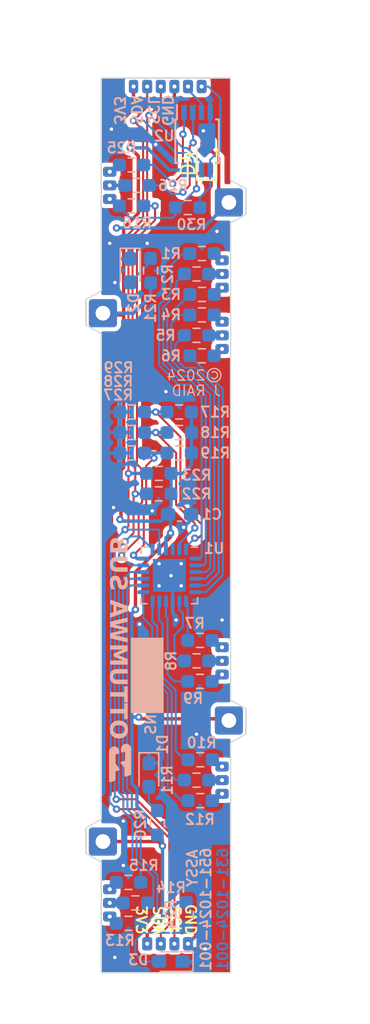
<source format=kicad_pcb>
(kicad_pcb (version 20221018) (generator pcbnew)

  (general
    (thickness 0.598)
  )

  (paper "A")
  (title_block
    (title "i2c Signal Bridge N-Scale")
    (date "2024-01-01")
    (rev "1")
    (company "John Raid")
  )

  (layers
    (0 "F.Cu" signal)
    (31 "B.Cu" signal)
    (32 "B.Adhes" user "B.Adhesive")
    (33 "F.Adhes" user "F.Adhesive")
    (34 "B.Paste" user)
    (35 "F.Paste" user)
    (36 "B.SilkS" user "B.Silkscreen")
    (37 "F.SilkS" user "F.Silkscreen")
    (38 "B.Mask" user)
    (39 "F.Mask" user)
    (40 "Dwgs.User" user "User.Drawings")
    (41 "Cmts.User" user "User.Comments")
    (42 "Eco1.User" user "User.Eco1")
    (43 "Eco2.User" user "User.Eco2")
    (44 "Edge.Cuts" user)
    (45 "Margin" user)
    (46 "B.CrtYd" user "B.Courtyard")
    (47 "F.CrtYd" user "F.Courtyard")
    (48 "B.Fab" user)
    (49 "F.Fab" user)
    (50 "User.1" user "F.Silk.Hidden")
    (51 "User.2" user "B.Silk.Hidden")
    (52 "User.3" user)
    (53 "User.4" user)
    (54 "User.5" user)
    (55 "User.6" user)
    (56 "User.7" user)
    (57 "User.8" user)
    (58 "User.9" user)
  )

  (setup
    (stackup
      (layer "F.SilkS" (type "Top Silk Screen"))
      (layer "F.Paste" (type "Top Solder Paste"))
      (layer "F.Mask" (type "Top Solder Mask") (thickness 0.01))
      (layer "F.Cu" (type "copper") (thickness 0.035))
      (layer "dielectric 1" (type "core") (thickness 0.508) (material "FR4") (epsilon_r 4.5) (loss_tangent 0.02))
      (layer "B.Cu" (type "copper") (thickness 0.035))
      (layer "B.Mask" (type "Bottom Solder Mask") (thickness 0.01))
      (layer "B.Paste" (type "Bottom Solder Paste"))
      (layer "B.SilkS" (type "Bottom Silk Screen"))
      (copper_finish "None")
      (dielectric_constraints no)
    )
    (pad_to_mask_clearance 0)
    (aux_axis_origin 112.014 99.06)
    (pcbplotparams
      (layerselection 0x00010fc_ffffffff)
      (plot_on_all_layers_selection 0x0000000_00000000)
      (disableapertmacros false)
      (usegerberextensions false)
      (usegerberattributes true)
      (usegerberadvancedattributes true)
      (creategerberjobfile true)
      (dashed_line_dash_ratio 12.000000)
      (dashed_line_gap_ratio 3.000000)
      (svgprecision 4)
      (plotframeref false)
      (viasonmask false)
      (mode 1)
      (useauxorigin false)
      (hpglpennumber 1)
      (hpglpenspeed 20)
      (hpglpendiameter 15.000000)
      (dxfpolygonmode true)
      (dxfimperialunits true)
      (dxfusepcbnewfont true)
      (psnegative false)
      (psa4output false)
      (plotreference true)
      (plotvalue true)
      (plotinvisibletext false)
      (sketchpadsonfab false)
      (subtractmaskfromsilk false)
      (outputformat 1)
      (mirror false)
      (drillshape 1)
      (scaleselection 1)
      (outputdirectory "")
    )
  )

  (net 0 "")
  (net 1 "+3V3")
  (net 2 "GND")
  (net 3 "Net-(D1-A)")
  (net 4 "Net-(D2-A)")
  (net 5 "Net-(D3-A)")
  (net 6 "Net-(J2-Pin_1)")
  (net 7 "Net-(J3-Pin_1)")
  (net 8 "Net-(J4-Pin_1)")
  (net 9 "Net-(J5-Pin_1)")
  (net 10 "Net-(J6-Pin_1)")
  (net 11 "Net-(U1-P00)")
  (net 12 "Net-(U1-P01)")
  (net 13 "Net-(J2-Pin_2)")
  (net 14 "Net-(U1-P02)")
  (net 15 "Net-(J2-Pin_3)")
  (net 16 "Net-(U1-P03)")
  (net 17 "Net-(U1-P04)")
  (net 18 "Net-(J3-Pin_2)")
  (net 19 "Net-(U1-P05)")
  (net 20 "Net-(J3-Pin_3)")
  (net 21 "Net-(U1-P06)")
  (net 22 "Net-(U1-P07)")
  (net 23 "Net-(J4-Pin_2)")
  (net 24 "Net-(U1-P10)")
  (net 25 "Net-(J4-Pin_3)")
  (net 26 "Net-(U1-P11)")
  (net 27 "Net-(U1-P12)")
  (net 28 "Net-(J5-Pin_2)")
  (net 29 "Net-(U1-P13)")
  (net 30 "Net-(J5-Pin_3)")
  (net 31 "Net-(U1-P14)")
  (net 32 "Net-(U1-P15)")
  (net 33 "Net-(J6-Pin_2)")
  (net 34 "Net-(U1-P16)")
  (net 35 "Net-(J6-Pin_3)")
  (net 36 "Net-(U1-P17)")
  (net 37 "Net-(J1-Pin_3)")
  (net 38 "Net-(J1-Pin_2)")
  (net 39 "Net-(J12-Pin_6)")
  (net 40 "Net-(J7-Pin_3)")
  (net 41 "Net-(J12-Pin_5)")
  (net 42 "Net-(J7-Pin_2)")
  (net 43 "unconnected-(U1-~{INT}-Pad22)")
  (net 44 "Net-(U1-A2)")
  (net 45 "Net-(U1-A1)")
  (net 46 "Net-(U1-A0)")
  (net 47 "Net-(U2-IO1)")
  (net 48 "Net-(U2-IO0)")
  (net 49 "Net-(D4-K)")

  (footprint "Connector_Wire:SolderWire-0.5sqmm_1x01_D0.9mm_OD2.1mm" (layer "F.Cu") (at 112.141 49.911))

  (footprint "Connector:Signal_i2c_4" (layer "F.Cu") (at 115.443 96.901))

  (footprint "Connector:Signal_i2c+2_6" (layer "F.Cu") (at 114.427 33.02))

  (footprint "Connector_Wire:SolderWire-0.5sqmm_1x01_D0.9mm_OD2.1mm" (layer "F.Cu") (at 112.141 89.281))

  (footprint "Connector:Signal_3_color" (layer "F.Cu") (at 121.031 74.803 -90))

  (footprint "Connector:Signal_3_color" (layer "F.Cu") (at 121.031 83.693 -90))

  (footprint "Connector_Wire:SolderWire-0.5sqmm_1x01_D0.9mm_OD2.1mm" (layer "F.Cu") (at 121.539 80.264))

  (footprint "Connector:Signal_3_color" (layer "F.Cu") (at 112.649 41.402 90))

  (footprint "Connector:Signal_3_color" (layer "F.Cu") (at 112.649 94.869 90))

  (footprint "LED_SMD:LED_0603_1608Metric_Pad1.05x0.95mm_HandSolder" (layer "F.Cu") (at 119.888 38.34 90))

  (footprint "Connector_Wire:SolderWire-0.5sqmm_1x01_D0.9mm_OD2.1mm" (layer "F.Cu") (at 121.539 41.656))

  (footprint "Connector:Signal_3_color" (layer "F.Cu") (at 121.031 50.546 -90))

  (footprint "Connector:Signal_3_color" (layer "F.Cu") (at 121.031 45.974 -90))

  (footprint "Resistor_SMD:R_0603_1608Metric_Pad0.98x0.95mm_HandSolder" (layer "B.Cu") (at 119.126 46.99))

  (footprint "Resistor_SMD:R_0603_1608Metric_Pad0.98x0.95mm_HandSolder" (layer "B.Cu") (at 119.5305 50.038))

  (footprint "Resistor_SMD:R_0603_1608Metric_Pad0.98x0.95mm_HandSolder" (layer "B.Cu") (at 119.5305 53.086))

  (footprint "Resistor_SMD:R_0603_1608Metric_Pad0.98x0.95mm_HandSolder" (layer "B.Cu") (at 119.38 74.295))

  (footprint "LED_SMD:LED_0603_1608Metric_Pad1.05x0.95mm_HandSolder" (layer "B.Cu") (at 115.57 84.328 -90))

  (footprint "LED_SMD:LED_0603_1608Metric_Pad1.05x0.95mm_HandSolder" (layer "B.Cu") (at 114.173 46.736 -90))

  (footprint "Package_DFN_QFN:WQFN-24-1EP_4x4mm_P0.5mm_EP2.45x2.45mm" (layer "B.Cu") (at 117.094 69.449 180))

  (footprint "Resistor_SMD:R_0603_1608Metric_Pad0.98x0.95mm_HandSolder" (layer "B.Cu") (at 114.046 95.377 180))

  (footprint "Resistor_SMD:R_0603_1608Metric_Pad0.98x0.95mm_HandSolder" (layer "B.Cu") (at 114.2765 38.862 180))

  (footprint "Resistor_SMD:R_0603_1608Metric_Pad0.98x0.95mm_HandSolder" (layer "B.Cu") (at 117.8325 60.325 180))

  (footprint "Resistor_SMD:R_0603_1608Metric_Pad0.98x0.95mm_HandSolder" (layer "B.Cu") (at 117.8325 58.801 180))

  (footprint "Resistor_SMD:R_0603_1608Metric_Pad0.98x0.95mm_HandSolder" (layer "B.Cu") (at 116.3085 63.373 180))

  (footprint "Resistor_SMD:R_0603_1608Metric_Pad0.98x0.95mm_HandSolder" (layer "B.Cu") (at 119.4035 83.185))

  (footprint "Resistor_SMD:R_0603_1608Metric_Pad0.98x0.95mm_HandSolder" (layer "B.Cu") (at 116.3085 61.849 180))

  (footprint "Resistor_SMD:R_0603_1608Metric_Pad0.98x0.95mm_HandSolder" (layer "B.Cu") (at 119.4035 86.233))

  (footprint "Resistor_SMD:R_0603_1608Metric_Pad0.98x0.95mm_HandSolder" (layer "B.Cu") (at 119.5305 45.466))

  (footprint "Resistor_SMD:R_0603_1608Metric_Pad0.98x0.95mm_HandSolder" (layer "B.Cu") (at 119.126 84.709))

  (footprint "Resistor_SMD:R_0603_1608Metric_Pad0.98x0.95mm_HandSolder" (layer "B.Cu") (at 114.046 92.329 180))

  (footprint "Resistor_SMD:R_0603_1608Metric_Pad0.98x0.95mm_HandSolder" (layer "B.Cu") (at 119.126 75.819))

  (footprint "Package_SO:TSSOP-8_3x3mm_P0.65mm" (layer "B.Cu") (at 119.167 37.093 -90))

  (footprint "Resistor_SMD:R_0603_1608Metric_Pad0.98x0.95mm_HandSolder" (layer "B.Cu") (at 114.2765 41.91 180))

  (footprint "Resistor_SMD:R_0603_1608Metric_Pad0.98x0.95mm_HandSolder" (layer "B.Cu") (at 119.38 77.343))

  (footprint "Resistor_SMD:R_0603_1608Metric_Pad0.98x0.95mm_HandSolder" (layer "B.Cu") (at 116.205 87.884 90))

  (footprint "Capacitor_SMD:C_0603_1608Metric_Pad1.08x0.95mm_HandSolder" (layer "B.Cu") (at 117.856 64.897))

  (footprint "Resistor_SMD:R_0603_1608Metric_Pad0.98x0.95mm_HandSolder" (layer "B.Cu") (at 118.364 94.742 -90))

  (footprint "Resistor_SMD:R_0603_1608Metric_Pad0.98x0.95mm_HandSolder" (layer "B.Cu") (at 114.681 40.386 180))

  (footprint "Resistor_SMD:R_0603_1608Metric_Pad0.98x0.95mm_HandSolder" (layer "B.Cu") (at 115.697 46.736 90))

  (footprint "Resistor_SMD:R_0603_1608Metric_Pad0.98x0.95mm_HandSolder" (layer "B.Cu") (at 119.126 51.562))

  (footprint "Resistor_SMD:R_0603_1608Metric_Pad0.98x0.95mm_HandSolder" (layer "B.Cu") (at 114.554 93.853 180))

  (footprint "Resistor_SMD:R_0603_1608Metric_Pad0.98x0.95mm_HandSolder" (layer "B.Cu") (at 114.3235 57.277 180))

  (footprint "Resistor_SMD:R_0603_1608Metric_Pad0.98x0.95mm_HandSolder" (layer "B.Cu") (at 119.5305 48.514))

  (footprint "LED_SMD:LED_0603_1608Metric_Pad1.05x0.95mm_HandSolder" (layer "B.Cu") (at 117.207 98.2218 180))

  (footprint "Resistor_SMD:R_0603_1608Metric_Pad0.98x0.95mm_HandSolder" (layer "B.Cu") (at 114.3235 60.325 180))

  (footprint "Resistor_SMD:R_0603_1608Metric_Pad0.98x0.95mm_HandSolder" (layer "B.Cu") (at 114.3235 58.801 180))

  (footprint "Resistor_SMD:R_0603_1608Metric_Pad0.98x0.95mm_HandSolder" (layer "B.Cu") (at 117.8325 57.277 180))

  (footprint "Resistor_SMD:R_0603_1608Metric_Pad0.98x0.95mm_HandSolder" (layer "B.Cu") (at 118.4675 42.037 180))

  (gr_poly
    (pts
      (xy 112.673344 82.576456)
      (xy 112.9792 82.2706)
      (xy 113.285056 82.576456)
      (xy 113.284 82.6516)
      (xy 113.0046 82.7532)
      (xy 113.0046 83.4898)
      (xy 113.3094 83.8962)
      (xy 113.0046 84.0232)
      (xy 113.0046 84.6836)
      (xy 112.6744 84.7852)
    )

    (stroke (width 0.15) (type solid)) (fill solid) (layer "B.SilkS") (tstamp 09aedd2d-6139-4390-913e-b7d3badadf31))
  (gr_rect (start 114.3 74.168) (end 116.586 79.629)
    (stroke (width 0.15) (type solid)) (fill solid) (layer "B.SilkS") (tstamp 4738a17a-6c9a-4a02-b11a-65e32b83238b))
  (gr_poly
    (pts
      (xy 114.174056 82.373256)
      (xy 114.173 84.2518)
      (xy 113.8174 84.3788)
      (xy 113.8174 83.7438)
      (xy 113.538 83.4136)
      (xy 113.8682 83.312)
      (xy 113.8682 82.4738)
      (xy 113.5634 82.5754)
      (xy 113.562344 82.373256)
    )

    (stroke (width 0.15) (type solid)) (fill solid) (layer "B.SilkS") (tstamp 8d471efd-c70a-4474-81bc-13a7a9b16579))
  (gr_arc (start 112.673344 82.576456) (mid 112.9792 82.2706) (end 113.285056 82.576456)
    (stroke (width 0.15) (type default)) (layer "B.SilkS") (tstamp a8443399-37c9-4df6-831f-4f52de43dcb0))
  (gr_arc (start 113.562344 82.373256) (mid 113.8682 82.0674) (end 114.174056 82.373256)
    (stroke (width 0.15) (type default)) (layer "B.SilkS") (tstamp b111574d-fd5c-4ca4-bf16-34ca9357fc89))
  (gr_poly
    (pts
      (xy 114.174056 82.373256)
      (xy 113.8682 82.0674)
      (xy 113.562344 82.373256)
    )

    (stroke (width 0.15) (type solid)) (fill solid) (layer "B.SilkS") (tstamp f570c46f-1758-4387-9c33-bc78c64748d2))
  (gr_poly
    (pts
      (xy 121.666 32.385)
      (xy 121.666 40.005)
      (xy 122.809 40.64)
      (xy 122.809 42.545)
      (xy 121.666 43.18)
      (xy 121.666 78.74)
      (xy 122.809 79.375)
      (xy 122.809 81.28)
      (xy 121.666 81.915)
      (xy 121.666 99.06)
      (xy 112.014 99.06)
      (xy 112.014 90.805)
      (xy 110.871 90.17)
      (xy 110.871 88.265)
      (xy 112.014 87.63)
      (xy 112.014 51.435)
      (xy 110.871 50.8)
      (xy 110.871 48.895)
      (xy 112.014 48.26)
      (xy 112.014 32.385)
    )

    (stroke (width 0.1) (type solid)) (fill none) (layer "Edge.Cuts") (tstamp 435b0cd6-f633-4f30-b873-c00e43ffe849))
  (gr_text "631-1024-001" (at 121.539 89.662 90) (layer "B.Cu") (tstamp 480a1c18-bcb6-4a56-8b1c-d5bdaf0fe612)
    (effects (font (size 0.762 0.762) (thickness 0.1524) bold) (justify left bottom mirror))
  )
  (gr_text "3V3" (at 112.9284 35.941 -90) (layer "B.SilkS") (tstamp 1b546423-62f6-423b-ba71-e8893fad4a83)
    (effects (font (size 0.762 0.762) (thickness 0.15) bold) (justify left bottom mirror))
  )
  (gr_text "ASSY" (at 119.253 89.789 90) (layer "B.SilkS") (tstamp 28a4ae85-1ee0-4e47-8736-3196c60617e1)
    (effects (font (size 0.762 0.762) (thickness 0.15) bold) (justify left bottom mirror))
  )
  (gr_text "651-1024-001" (at 120.269 89.662 90) (layer "B.SilkS") (tstamp 4693a67c-6118-4ebe-9bb2-639c5c64d7d7)
    (effects (font (size 0.762 0.762) (thickness 0.15) bold) (justify left bottom mirror))
  )
  (gr_text "SDA" (at 114.1984 35.941 -90) (layer "B.SilkS") (tstamp 52c54eaf-9e23-4b63-84bb-21be40961eec)
    (effects (font (size 0.762 0.762) (thickness 0.15) bold) (justify left bottom mirror))
  )
  (gr_text "SN" (at 115.189 81.407 -90) (layer "B.SilkS") (tstamp 55e0f879-af79-4d27-a29f-0c0a35ad96f8)
    (effects (font (size 0.762 0.762) (thickness 0.15) bold) (justify left bottom mirror))
  )
  (gr_text "GND" (at 116.5098 36.068 -90) (layer "B.SilkS") (tstamp 5e9261f8-3e62-4335-9e28-42d90198c7a7)
    (effects (font (size 0.762 0.762) (thickness 0.15) bold) (justify left bottom mirror))
  )
  (gr_text "J RAID" (at 121.031 56.134) (layer "B.SilkS") (tstamp 7472074f-8ca9-4242-a69b-999b1306f6c0)
    (effects (font (size 0.762 0.762) (thickness 0.1016)) (justify left bottom mirror))
  )
  (gr_text "©2024" (at 121.158 54.991) (layer "B.SilkS") (tstamp bcd1a2c8-1bf8-4c5d-9de3-30d49449d0c2)
    (effects (font (size 0.762 0.762) (thickness 0.1016)) (justify left bottom mirror))
  )
  (gr_text "OTTUMWA SUB" (at 112.4712 81.6864 270) (layer "B.SilkS") (tstamp e20a6a04-1907-430f-8835-c4ac1cc227dd)
    (effects (font (face "Avenir Book") (size 1.27 1.27) (thickness 0.15) bold) (justify left bottom mirror))
    (render_cache "OTTUMWA SUB" 270
      (polygon
        (pts
          (xy 113.322365 80.262324)          (xy 113.304116 80.262523)          (xy 113.286049 80.263119)          (xy 113.268164 80.264113)
          (xy 113.25046 80.265504)          (xy 113.232938 80.267292)          (xy 113.215598 80.269478)          (xy 113.198439 80.272061)
          (xy 113.181462 80.275042)          (xy 113.164667 80.27842)          (xy 113.148054 80.282196)          (xy 113.131623 80.286369)
          (xy 113.115373 80.290939)          (xy 113.099305 80.295907)          (xy 113.083419 80.301273)          (xy 113.067714 80.307035)
          (xy 113.052191 80.313195)          (xy 113.03689 80.319707)          (xy 113.021851 80.326524)          (xy 113.007073 80.333646)
          (xy 112.992558 80.341074)          (xy 112.978303 80.348806)          (xy 112.964311 80.356845)          (xy 112.95058 80.365188)
          (xy 112.937111 80.373837)          (xy 112.923904 80.382791)          (xy 112.910959 80.392051)          (xy 112.898275 80.401616)
          (xy 112.885853 80.411486)          (xy 112.873692 80.421662)          (xy 112.861794 80.432143)          (xy 112.850157 80.442929)
          (xy 112.838782 80.454021)          (xy 112.827728 80.465355)          (xy 112.816976 80.476946)          (xy 112.806528 80.488794)
          (xy 112.796383 80.500898)          (xy 112.78654 80.51326)          (xy 112.777001 80.525878)          (xy 112.767764 80.538753)
          (xy 112.758831 80.551885)          (xy 112.7502 80.565274)          (xy 112.741872 80.57892)          (xy 112.733847 80.592823)
          (xy 112.726125 80.606983)          (xy 112.718706 80.621399)          (xy 112.71159 80.636072)          (xy 112.704777 80.651003)
          (xy 112.698266 80.66619)          (xy 112.692106 80.681549)          (xy 112.686343 80.697073)          (xy 112.680978 80.712762)
          (xy 112.67601 80.728615)          (xy 112.67144 80.744634)          (xy 112.667267 80.760817)          (xy 112.663491 80.777165)
          (xy 112.660113 80.793677)          (xy 112.657132 80.810355)          (xy 112.654549 80.827197)          (xy 112.652363 80.844204)
          (xy 112.650575 80.861376)          (xy 112.649184 80.878712)          (xy 112.64819 80.896214)          (xy 112.647594 80.91388)
          (xy 112.647395 80.931711)          (xy 112.647594 80.949506)          (xy 112.64819 80.96714)          (xy 112.649184 80.984615)
          (xy 112.650575 81.00193)          (xy 112.652363 81.019085)          (xy 112.654549 81.03608)          (xy 112.657132 81.052915)
          (xy 112.660113 81.06959)          (xy 112.663491 81.086105)          (xy 112.667267 81.10246)          (xy 112.67144 81.118655)
          (xy 112.67601 81.134691)          (xy 112.680978 81.150566)          (xy 112.686343 81.166281)          (xy 112.692106 81.181837)
          (xy 112.698266 81.197232)          (xy 112.704777 81.212383)          (xy 112.71159 81.227282)          (xy 112.718706 81.241929)
          (xy 112.726125 81.256323)          (xy 112.733847 81.270466)          (xy 112.741872 81.284357)          (xy 112.7502 81.297995)
          (xy 112.758831 81.311382)          (xy 112.767764 81.324516)          (xy 112.777001 81.337399)          (xy 112.78654 81.350029)
          (xy 112.796383 81.362408)          (xy 112.806528 81.374534)          (xy 112.816976 81.386409)          (xy 112.827728 81.398031)
          (xy 112.838782 81.409401)          (xy 112.850157 81.420455)          (xy 112.861794 81.431207)          (xy 112.873692 81.441655)
          (xy 112.885853 81.4518)          (xy 112.898275 81.461643)          (xy 112.910959 81.471182)          (xy 112.923904 81.480419)
          (xy 112.937111 81.489352)          (xy 112.95058 81.497983)          (xy 112.964311 81.506311)          (xy 112.978303 81.514336)
          (xy 112.992558 81.522058)          (xy 113.007073 81.529477)          (xy 113.021851 81.536593)          (xy 113.03689 81.543406)
          (xy 113.052191 81.549917)          (xy 113.067714 81.556077)          (xy 113.083419 81.561839)          (xy 113.099305 81.567205)
          (xy 113.115373 81.572173)          (xy 113.131623 81.576743)          (xy 113.148054 81.580916)          (xy 113.164667 81.584692)
          (xy 113.181462 81.58807)          (xy 113.198439 81.59105)          (xy 113.215598 81.593634)          (xy 113.232938 81.59582)
          (xy 113.25046 81.597608)          (xy 113.268164 81.598999)          (xy 113.286049 81.599993)          (xy 113.304116 81.600589)
          (xy 113.322365 81.600787)          (xy 113.340614 81.600589)          (xy 113.358682 81.599993)          (xy 113.376567 81.598999)
          (xy 113.394271 81.597608)          (xy 113.411793 81.59582)          (xy 113.429133 81.593634)          (xy 113.446292 81.59105)
          (xy 113.463268 81.58807)          (xy 113.480063 81.584692)          (xy 113.496677 81.580916)          (xy 113.513108 81.576743)
          (xy 113.529358 81.572173)          (xy 113.545426 81.567205)          (xy 113.561312 81.561839)          (xy 113.577017 81.556077)
          (xy 113.592539 81.549917)          (xy 113.607839 81.543406)          (xy 113.622875 81.536593)          (xy 113.637646 81.529477)
          (xy 113.652154 81.522058)          (xy 113.666397 81.514336)          (xy 113.680376 81.506311)          (xy 113.694091 81.497983)
          (xy 113.707542 81.489352)          (xy 113.720728 81.480419)          (xy 113.733651 81.471182)          (xy 113.746309 81.461643)
          (xy 113.758704 81.4518)          (xy 113.770834 81.441655)          (xy 113.7827 81.431207)          (xy 113.794301 81.420455)
          (xy 113.805639 81.409401)          (xy 113.816731 81.398031)          (xy 113.827517 81.386409)          (xy 113.837998 81.374534)
          (xy 113.848174 81.362408)          (xy 113.858044 81.350029)          (xy 113.867609 81.337399)          (xy 113.876868 81.324516)
          (xy 113.885823 81.311382)          (xy 113.894472 81.297995)          (xy 113.902815 81.284357)          (xy 113.910853 81.270466)
          (xy 113.918586 81.256323)          (xy 113.926014 81.241929)          (xy 113.933136 81.227282)          (xy 113.939953 81.212383)
          (xy 113.946464 81.197232)          (xy 113.952625 81.181837)          (xy 113.958387 81.166281)          (xy 113.963753 81.150566)
          (xy 113.96872 81.134691)          (xy 113.973291 81.118655)          (xy 113.977464 81.10246)          (xy 113.981239 81.086105)
          (xy 113.984618 81.06959)          (xy 113.987598 81.052915)          (xy 113.990182 81.03608)          (xy 113.992368 81.019085)
          (xy 113.994156 81.00193)          (xy 113.995547 80.984615)          (xy 113.996541 80.96714)          (xy 113.997137 80.949506)
          (xy 113.997335 80.931711)          (xy 113.997137 80.91388)          (xy 113.996541 80.896214)          (xy 113.995547 80.878712)
          (xy 113.994156 80.861376)          (xy 113.992368 80.844204)          (xy 113.990182 80.827197)          (xy 113.987598 80.810355)
          (xy 113.984618 80.793677)          (xy 113.981239 80.777165)          (xy 113.977464 80.760817)          (xy 113.973291 80.744634)
          (xy 113.96872 80.728615)          (xy 113.963753 80.712762)          (xy 113.958387 80.697073)          (xy 113.952625 80.681549)
          (xy 113.946464 80.66619)          (xy 113.939953 80.651003)          (xy 113.933136 80.636072)          (xy 113.926014 80.621399)
          (xy 113.918586 80.606983)          (xy 113.910853 80.592823)          (xy 113.902815 80.57892)          (xy 113.894472 80.565274)
          (xy 113.885823 80.551885)          (xy 113.876868 80.538753)          (xy 113.867609 80.525878)          (xy 113.858044 80.51326)
          (xy 113.848174 80.500898)          (xy 113.837998 80.488794)          (xy 113.827517 80.476946)          (xy 113.816731 80.465355)
          (xy 113.805639 80.454021)          (xy 113.794301 80.442929)          (xy 113.7827 80.432143)          (xy 113.770834 80.421662)
          (xy 113.758704 80.411486)          (xy 113.746309 80.401616)          (xy 113.733651 80.392051)          (xy 113.720728 80.382791)
          (xy 113.707542 80.373837)          (xy 113.694091 80.365188)          (xy 113.680376 80.356845)          (xy 113.666397 80.348806)
          (xy 113.652154 80.341074)          (xy 113.637646 80.333646)          (xy 113.622875 80.326524)          (xy 113.607839 80.319707)
          (xy 113.592539 80.313195)          (xy 113.577017 80.307035)          (xy 113.561312 80.301273)          (xy 113.545426 80.295907)
          (xy 113.529358 80.290939)          (xy 113.513108 80.286369)          (xy 113.496677 80.282196)          (xy 113.480063 80.27842)
          (xy 113.463268 80.275042)          (xy 113.446292 80.272061)          (xy 113.429133 80.269478)          (xy 113.411793 80.267292)
          (xy 113.394271 80.265504)          (xy 113.376567 80.264113)          (xy 113.358682 80.263119)          (xy 113.340614 80.262523)
        )
          (pts
            (xy 113.322365 80.421451)            (xy 113.335703 80.421588)            (xy 113.348964 80.421999)            (xy 113.362147 80.422683)
            (xy 113.375253 80.423642)            (xy 113.38828 80.424874)            (xy 113.401231 80.42638)            (xy 113.414104 80.42816)
            (xy 113.426899 80.430214)            (xy 113.439617 80.432542)            (xy 113.452257 80.435143)            (xy 113.464819 80.438018)
            (xy 113.477304 80.441167)            (xy 113.489712 80.44459)            (xy 113.502042 80.448287)            (xy 113.514294 80.452258)
            (xy 113.526469 80.456502)            (xy 113.538551 80.461004)            (xy 113.550446 80.465745)            (xy 113.562154 80.470726)
            (xy 113.573676 80.475947)            (xy 113.585011 80.481408)            (xy 113.59616 80.487109)            (xy 113.607122 80.49305)
            (xy 113.617897 80.499231)            (xy 113.633711 80.508952)            (xy 113.649104 80.519213)            (xy 113.664078 80.530013)
            (xy 113.678631 80.541354)            (xy 113.692765 80.553234)            (xy 113.697383 80.557314)            (xy 113.710905 80.569842)
            (xy 113.723904 80.582882)            (xy 113.73638 80.596436)            (xy 113.748332 80.610501)            (xy 113.75976 80.62508)
            (xy 113.770665 80.64017)            (xy 113.777644 80.650516)            (xy 113.784391 80.661089)            (xy 113.790905 80.67189)
            (xy 113.797186 80.682918)            (xy 113.803235 80.694175)            (xy 113.809051 80.705659)            (xy 113.814634 80.717371)
            (xy 113.819931 80.729294)            (xy 113.824885 80.74141)            (xy 113.829498 80.753721)            (xy 113.833769 80.766226)
            (xy 113.837699 80.778924)            (xy 113.841286 80.791816)            (xy 113.844532 80.804902)            (xy 113.847437 80.818182)
            (xy 113.85 80.831656)            (xy 113.852221 80.845324)            (xy 113.8541 80.859185)            (xy 113.855637 80.873241)
            (xy 113.856833 80.88749)            (xy 113.857688 80.901933)            (xy 113.8582 80.91657)            (xy 113.858371 80.931401)
            (xy 113.8582 80.946232)            (xy 113.857688 80.960869)            (xy 113.856833 80.975312)            (xy 113.855637 80.989561)
            (xy 113.8541 81.003617)            (xy 113.852221 81.017478)            (xy 113.85 81.031146)            (xy 113.847437 81.04462)
            (xy 113.844532 81.0579)            (xy 113.841286 81.070986)            (xy 113.837699 81.083878)            (xy 113.833769 81.096576)
            (xy 113.829498 81.109081)            (xy 113.824885 81.121391)            (xy 113.819931 81.133508)            (xy 113.814634 81.145431)
            (xy 113.809051 81.157144)            (xy 113.803235 81.168632)            (xy 113.797186 81.179895)            (xy 113.790905 81.190932)
            (xy 113.784391 81.201743)            (xy 113.777644 81.21233)            (xy 113.770665 81.222691)            (xy 113.763453 81.232826)
            (xy 113.752199 81.247607)            (xy 113.740422 81.261881)            (xy 113.728121 81.275648)            (xy 113.715297 81.288908)
            (xy 113.701949 81.30166)            (xy 113.697383 81.305798)            (xy 113.683389 81.317803)            (xy 113.668975 81.329273)
            (xy 113.654142 81.340209)            (xy 113.638888 81.350611)            (xy 113.623215 81.360478)            (xy 113.607122 81.369811)
            (xy 113.59616 81.375736)            (xy 113.585011 81.381424)            (xy 113.573676 81.386874)            (xy 113.562154 81.392086)
            (xy 113.550446 81.397062)            (xy 113.538551 81.401799)            (xy 113.526469 81.406299)            (xy 113.514294 81.410544)
            (xy 113.502042 81.414515)            (xy 113.489712 81.418211)            (xy 113.477304 81.421634)            (xy 113.464819 81.424783)
            (xy 113.452257 81.427659)            (xy 113.439617 81.43026)            (xy 113.426899 81.432588)            (xy 113.414104 81.434642)
            (xy 113.401231 81.436422)            (xy 113.38828 81.437928)            (xy 113.375253 81.43916)            (xy 113.362147 81.440118)
            (xy 113.348964 81.440803)            (xy 113.335703 81.441214)            (xy 113.322365 81.441351)            (xy 113.309026 81.441214)
            (xy 113.295762 81.440803)            (xy 113.282573 81.440118)            (xy 113.269459 81.43916)            (xy 113.25642 81.437928)
            (xy 113.243456 81.436422)            (xy 113.230568 81.434642)            (xy 113.217754 81.432588)            (xy 113.205016 81.43026)
            (xy 113.192353 81.427659)            (xy 113.179765 81.424783)            (xy 113.167252 81.421634)            (xy 113.154814 81.418211)
            (xy 113.142451 81.414515)            (xy 113.130164 81.410544)            (xy 113.117951 81.406299)            (xy 113.105907 81.401799)
            (xy 113.094047 81.397062)            (xy 113.082372 81.392086)            (xy 113.07088 81.386874)            (xy 113.059573 81.381424)
            (xy 113.04845 81.375736)            (xy 113.037511 81.369811)            (xy 113.021447 81.360478)            (xy 113.005799 81.350611)
            (xy 112.990564 81.340209)            (xy 112.975744 81.329273)            (xy 112.961339 81.317803)            (xy 112.947348 81.305798)
            (xy 112.933825 81.293215)            (xy 112.920826 81.280124)            (xy 112.908351 81.266526)            (xy 112.896399 81.252422)
            (xy 112.884971 81.23781)            (xy 112.877642 81.227787)            (xy 112.870547 81.217539)            (xy 112.863684 81.207065)
            (xy 112.857054 81.196366)            (xy 112.850656 81.185441)            (xy 112.844491 81.174291)            (xy 112.838559 81.162916)
            (xy 112.832859 81.151316)            (xy 112.830096 81.145431)            (xy 112.8248 81.133508)            (xy 112.819846 81.121391)
            (xy 112.815233 81.109081)            (xy 112.810962 81.096576)            (xy 112.807032 81.083878)            (xy 112.803444 81.070986)
            (xy 112.800198 81.0579)            (xy 112.797294 81.04462)            (xy 112.794731 81.031146)            (xy 112.79251 81.017478)
            (xy 112.790631 81.003617)            (xy 112.789093 80.989561)            (xy 112.787897 80.975312)            (xy 112.787043 80.960869)
            (xy 112.786531 80.946232)            (xy 112.78636 80.931401)            (xy 112.786531 80.91657)            (xy 112.787043 80.901933)
            (xy 112.787897 80.88749)            (xy 112.789093 80.873241)            (xy 112.790631 80.859185)            (xy 112.79251 80.845324)
            (xy 112.794731 80.831656)            (xy 112.797294 80.818182)            (xy 112.800198 80.804902)            (xy 112.803444 80.791816)
            (xy 112.807032 80.778924)            (xy 112.810962 80.766226)            (xy 112.815233 80.753721)            (xy 112.819846 80.74141)
            (xy 112.8248 80.729294)            (xy 112.830096 80.717371)            (xy 112.83568 80.705659)            (xy 112.841496 80.694175)
            (xy 112.847544 80.682918)            (xy 112.853826 80.67189)            (xy 112.86034 80.661089)            (xy 112.867086 80.650516)
            (xy 112.874066 80.64017)            (xy 112.881277 80.630053)            (xy 112.892531 80.615304)            (xy 112.904309 80.601067)
            (xy 112.91661 80.587343)            (xy 112.929434 80.574132)            (xy 112.942782 80.561433)            (xy 112.947348 80.557314)
            (xy 112.961339 80.545254)            (xy 112.975744 80.533733)            (xy 112.990564 80.522753)            (xy 113.005799 80.512312)
            (xy 113.021447 80.502411)            (xy 113.037511 80.49305)            (xy 113.04845 80.487109)            (xy 113.059573 80.481408)
            (xy 113.07088 80.475947)            (xy 113.082372 80.470726)            (xy 113.094047 80.465745)            (xy 113.105907 80.461004)
            (xy 113.117951 80.456502)            (xy 113.130164 80.452258)            (xy 113.142451 80.448287)            (xy 113.154814 80.44459)
            (xy 113.167252 80.441167)            (xy 113.179765 80.438018)            (xy 113.192353 80.435143)            (xy 113.205016 80.432542)
            (xy 113.217754 80.430214)            (xy 113.230568 80.42816)            (xy 113.243456 80.42638)            (xy 113.25642 80.424874)
            (xy 113.269459 80.423642)            (xy 113.282573 80.422683)            (xy 113.295762 80.421999)            (xy 113.309026 80.421588)
          )
      )
      (polygon
        (pts
          (xy 112.6871 79.606896)          (xy 112.6871 79.755166)          (xy 113.838519 79.755166)          (xy 113.838519 80.178574)
          (xy 113.977483 80.178574)          (xy 113.977483 79.183179)          (xy 113.838519 79.183179)          (xy 113.838519 79.606896)
        )
      )
      (polygon
        (pts
          (xy 112.6871 78.586997)          (xy 112.6871 78.735267)          (xy 113.838519 78.735267)          (xy 113.838519 79.158674)
          (xy 113.977483 79.158674)          (xy 113.977483 78.163279)          (xy 113.838519 78.163279)          (xy 113.838519 78.586997)
        )
      )
      (polygon
        (pts
          (xy 113.166341 77.068314)          (xy 113.151184 77.068483)          (xy 113.135843 77.06899)          (xy 113.120316 77.069836)
          (xy 113.104603 77.071019)          (xy 113.088706 77.07254)          (xy 113.072623 77.074399)          (xy 113.056354 77.076597)
          (xy 113.0399 77.079132)          (xy 113.023261 77.082006)          (xy 113.006436 77.085217)          (xy 112.995117 77.087546)
          (xy 112.978193 77.091394)          (xy 112.961504 77.095841)          (xy 112.945049 77.100888)          (xy 112.928828 77.106535)
          (xy 112.912842 77.112782)          (xy 112.897091 77.119629)          (xy 112.881574 77.127075)          (xy 112.866291 77.135121)
          (xy 112.851243 77.143767)          (xy 112.83643 77.153013)          (xy 112.826684 77.15951)          (xy 112.812379 77.169801)
          (xy 112.798542 77.180786)          (xy 112.785174 77.192462)          (xy 112.772275 77.204831)          (xy 112.759845 77.217893)
          (xy 112.747884 77.231647)          (xy 112.736392 77.246093)          (xy 112.728991 77.256109)          (xy 112.721799 77.266432)
          (xy 112.714815 77.277064)          (xy 112.708039 77.288003)          (xy 112.701472 77.299249)          (xy 112.698266 77.304988)
          (xy 112.692106 77.316743)          (xy 112.686343 77.328897)          (xy 112.680978 77.341451)          (xy 112.67601 77.354405)
          (xy 112.67144 77.367759)          (xy 112.667267 77.381513)          (xy 112.663491 77.395666)          (xy 112.660113 77.41022)
          (xy 112.657132 77.425173)          (xy 112.654549 77.440526)          (xy 112.652363 77.456279)          (xy 112.650575 77.472432)
          (xy 112.649184 77.488984)          (xy 112.64819 77.505937)          (xy 112.647594 77.523289)          (xy 112.647395 77.541042)
          (xy 112.647594 77.559015)          (xy 112.64819 77.576568)          (xy 112.649184 77.593698)          (xy 112.650575 77.610407)
          (xy 112.652363 77.626695)          (xy 112.654549 77.64256)          (xy 112.657132 77.658004)          (xy 112.660113 77.673027)
          (xy 112.663491 77.687627)          (xy 112.667267 77.701806)          (xy 112.67144 77.715564)          (xy 112.67601 77.728899)
          (xy 112.680978 77.741813)          (xy 112.686343 77.754306)          (xy 112.692106 77.766376)          (xy 112.698266 77.778025)
          (xy 112.704729 77.789313)          (xy 112.711401 77.800301)          (xy 112.718281 77.810988)          (xy 112.725369 77.821374)
          (xy 112.732666 77.83146)          (xy 112.744002 77.846026)          (xy 112.755806 77.859915)          (xy 112.76808 77.873129)
          (xy 112.780822 77.885666)          (xy 112.794034 77.897527)          (xy 112.807714 77.908712)          (xy 112.821864 77.919221)
          (xy 112.826684 77.922573)          (xy 112.841342 77.932222)          (xy 112.856233 77.941275)          (xy 112.87136 77.949735)
          (xy 112.88672 77.9576)          (xy 112.902315 77.964871)          (xy 112.918145 77.971548)          (xy 112.934209 77.97763)
          (xy 112.950508 77.983118)          (xy 112.967041 77.988012)          (xy 112.983808 77.992311)          (xy 112.995117 77.994847)
          (xy 113.012065 77.998229)          (xy 113.028828 78.001278)          (xy 113.045405 78.003994)          (xy 113.061797 78.006377)
          (xy 113.078004 78.008429)          (xy 113.094026 78.010147)          (xy 113.109861 78.011533)          (xy 113.125512 78.012586)
          (xy 113.140977 78.013307)          (xy 113.156257 78.013695)          (xy 113.166341 78.013769)          (xy 113.977483 78.013769)
          (xy 113.977483 77.865188)          (xy 113.180609 77.865188)          (xy 113.163855 77.865036)          (xy 113.14756 77.864578)
          (xy 113.131722 77.863814)          (xy 113.116342 77.862746)          (xy 113.10142 77.861372)          (xy 113.086957 77.859692)
          (xy 113.072951 77.857708)          (xy 113.059403 77.855417)          (xy 113.046313 77.852822)          (xy 113.033682 77.849921)
          (xy 113.025515 77.847818)          (xy 113.00971 77.843228)          (xy 112.994554 77.838299)          (xy 112.980048 77.833031)
          (xy 112.966192 77.827423)          (xy 112.952984 77.821476)          (xy 112.940427 77.81519)          (xy 112.928518 77.808564)
          (xy 112.917259 77.8016)          (xy 112.906684 77.794364)          (xy 112.896671 77.786924)          (xy 112.884945 77.777338)
          (xy 112.874097 77.767434)          (xy 112.864128 77.757212)          (xy 112.855037 77.746672)          (xy 112.848397 77.738011)
          (xy 112.840729 77.726953)          (xy 112.833621 77.71588)          (xy 112.827074 77.704792)          (xy 112.821086 77.693688)
          (xy 112.814641 77.680344)          (xy 112.809004 77.666978)          (xy 112.804107 77.653699)          (xy 112.799887 77.640617)
          (xy 112.796343 77.627731)          (xy 112.793475 77.615041)          (xy 112.791283 77.602547)          (xy 112.790702 77.598426)
          (xy 112.78901 77.584442)          (xy 112.787734 77.571259)          (xy 112.786873 77.558878)          (xy 112.786398 77.54571)
          (xy 112.78636 77.541042)          (xy 112.786703 77.527421)          (xy 112.787585 77.513831)          (xy 112.788803 77.500795)
          (xy 112.790435 77.486689)          (xy 112.790702 77.484587)          (xy 112.792669 77.471843)          (xy 112.795312 77.458968)
          (xy 112.79863 77.445961)          (xy 112.802625 77.432825)          (xy 112.807296 77.419557)          (xy 112.809004 77.415105)
          (xy 112.814641 77.40175)          (xy 112.821086 77.388439)          (xy 112.827074 77.377379)          (xy 112.833621 77.36635)
          (xy 112.840729 77.355351)          (xy 112.848397 77.344382)          (xy 112.856785 77.333498)          (xy 112.866052 77.322948)
          (xy 112.876196 77.31273)          (xy 112.887219 77.302846)          (xy 112.899121 77.293295)          (xy 112.909275 77.285894)
          (xy 112.917259 77.280483)          (xy 112.928518 77.273523)          (xy 112.940427 77.266912)          (xy 112.952984 77.260651)
          (xy 112.966192 77.254738)          (xy 112.980048 77.249174)          (xy 112.994554 77.243959)          (xy 113.00971 77.239092)
          (xy 113.025515 77.234575)          (xy 113.037841 77.231416)          (xy 113.050626 77.228567)          (xy 113.063868 77.226029)
          (xy 113.077569 77.223801)          (xy 113.091727 77.221885)          (xy 113.106343 77.220279)          (xy 113.121418 77.218984)
          (xy 113.13695 77.218)          (xy 113.152941 77.217326)          (xy 113.169389 77.216964)          (xy 113.180609 77.216895)
          (xy 113.977483 77.216895)          (xy 113.977483 77.068314)
        )
      )
      (polygon
        (pts
          (xy 112.960065 76.1393)          (xy 113.977483 75.718685)          (xy 113.977483 75.505895)          (xy 112.6871 75.505895)
          (xy 112.6871 75.654165)          (xy 113.79168 75.647962)          (xy 113.789819 75.644239)          (xy 112.6871 76.098665)
          (xy 112.6871 76.179625)          (xy 113.789819 76.634051)          (xy 113.79168 76.630328)          (xy 112.6871 76.624125)
          (xy 112.6871 76.772705)          (xy 113.977483 76.772705)          (xy 113.977483 76.559605)
        )
      )
      (polygon
        (pts
          (xy 112.885 74.901958)          (xy 112.885 74.905681)          (xy 113.977483 74.59146)          (xy 113.977483 74.423028)
          (xy 112.885 74.108807)          (xy 112.885 74.112529)          (xy 113.977483 73.815989)          (xy 113.977483 73.65252)
          (xy 112.6871 74.03157)          (xy 112.6871 74.19659)          (xy 113.779583 74.511121)          (xy 113.779583 74.507399)
          (xy 112.6871 74.821309)          (xy 112.6871 74.98633)          (xy 113.977483 75.36569)          (xy 113.977483 75.201911)
        )
      )
      (polygon
        (pts
          (xy 112.6871 73.549227)          (xy 112.6871 73.721071)          (xy 113.977483 73.162112)          (xy 113.977483 73.024078)
          (xy 112.6871 72.465118)          (xy 112.6871 72.636652)          (xy 113.024584 72.776237)          (xy 113.024584 73.409952)
  
... [232082 chars truncated]
</source>
